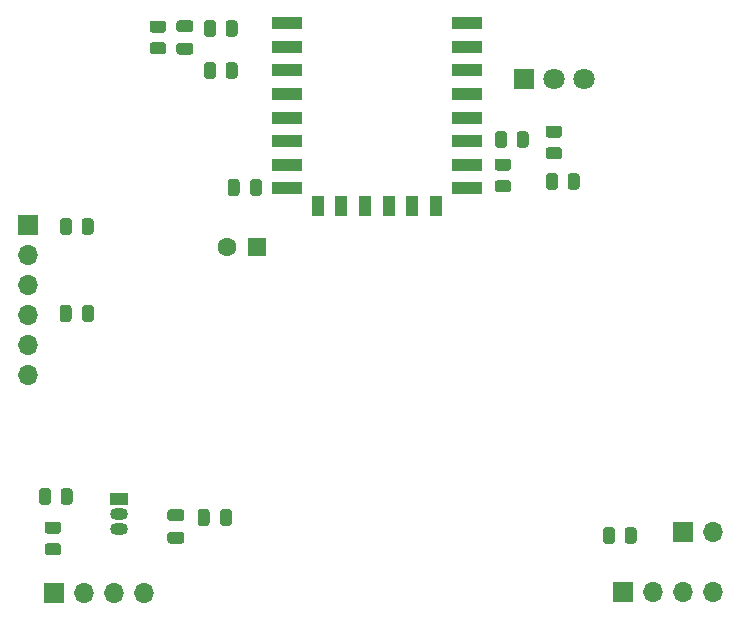
<source format=gbr>
%TF.GenerationSoftware,KiCad,Pcbnew,5.1.9+dfsg1-1*%
%TF.CreationDate,2021-05-25T15:38:03+02:00*%
%TF.ProjectId,vscp-din-wireless-esp8266,76736370-2d64-4696-9e2d-776972656c65,rev?*%
%TF.SameCoordinates,Original*%
%TF.FileFunction,Soldermask,Top*%
%TF.FilePolarity,Negative*%
%FSLAX46Y46*%
G04 Gerber Fmt 4.6, Leading zero omitted, Abs format (unit mm)*
G04 Created by KiCad (PCBNEW 5.1.9+dfsg1-1) date 2021-05-25 15:38:03*
%MOMM*%
%LPD*%
G01*
G04 APERTURE LIST*
%ADD10R,2.500000X1.000000*%
%ADD11R,1.000000X1.800000*%
%ADD12R,1.500000X1.050000*%
%ADD13O,1.500000X1.050000*%
%ADD14O,1.700000X1.700000*%
%ADD15R,1.700000X1.700000*%
%ADD16C,1.800000*%
%ADD17R,1.800000X1.800000*%
%ADD18C,1.600000*%
%ADD19R,1.600000X1.600000*%
G04 APERTURE END LIST*
%TO.C,C3*%
G36*
G01*
X130843000Y-50996000D02*
X131793000Y-50996000D01*
G75*
G02*
X132043000Y-51246000I0J-250000D01*
G01*
X132043000Y-51746000D01*
G75*
G02*
X131793000Y-51996000I-250000J0D01*
G01*
X130843000Y-51996000D01*
G75*
G02*
X130593000Y-51746000I0J250000D01*
G01*
X130593000Y-51246000D01*
G75*
G02*
X130843000Y-50996000I250000J0D01*
G01*
G37*
G36*
G01*
X130843000Y-49096000D02*
X131793000Y-49096000D01*
G75*
G02*
X132043000Y-49346000I0J-250000D01*
G01*
X132043000Y-49846000D01*
G75*
G02*
X131793000Y-50096000I-250000J0D01*
G01*
X130843000Y-50096000D01*
G75*
G02*
X130593000Y-49846000I0J250000D01*
G01*
X130593000Y-49346000D01*
G75*
G02*
X130843000Y-49096000I250000J0D01*
G01*
G37*
%TD*%
D10*
%TO.C,U2*%
X155174000Y-49332000D03*
X155174000Y-51332000D03*
X155174000Y-53332000D03*
X155174000Y-55332000D03*
X155174000Y-57332000D03*
X155174000Y-59332000D03*
X155174000Y-61332000D03*
X155174000Y-63332000D03*
D11*
X152574000Y-64832000D03*
X150574000Y-64832000D03*
X148574000Y-64832000D03*
X146574000Y-64832000D03*
X144574000Y-64832000D03*
X142574000Y-64832000D03*
D10*
X139974000Y-63332000D03*
X139974000Y-61332000D03*
X139974000Y-59332000D03*
X139974000Y-57332000D03*
X139974000Y-55332000D03*
X139974000Y-53332000D03*
X139974000Y-51332000D03*
X139974000Y-49332000D03*
%TD*%
%TO.C,R12*%
G36*
G01*
X168548000Y-93160001D02*
X168548000Y-92259999D01*
G75*
G02*
X168797999Y-92010000I249999J0D01*
G01*
X169323001Y-92010000D01*
G75*
G02*
X169573000Y-92259999I0J-249999D01*
G01*
X169573000Y-93160001D01*
G75*
G02*
X169323001Y-93410000I-249999J0D01*
G01*
X168797999Y-93410000D01*
G75*
G02*
X168548000Y-93160001I0J249999D01*
G01*
G37*
G36*
G01*
X166723000Y-93160001D02*
X166723000Y-92259999D01*
G75*
G02*
X166972999Y-92010000I249999J0D01*
G01*
X167498001Y-92010000D01*
G75*
G02*
X167748000Y-92259999I0J-249999D01*
G01*
X167748000Y-93160001D01*
G75*
G02*
X167498001Y-93410000I-249999J0D01*
G01*
X166972999Y-93410000D01*
G75*
G02*
X166723000Y-93160001I0J249999D01*
G01*
G37*
%TD*%
%TO.C,R11*%
G36*
G01*
X163010001Y-59036000D02*
X162109999Y-59036000D01*
G75*
G02*
X161860000Y-58786001I0J249999D01*
G01*
X161860000Y-58260999D01*
G75*
G02*
X162109999Y-58011000I249999J0D01*
G01*
X163010001Y-58011000D01*
G75*
G02*
X163260000Y-58260999I0J-249999D01*
G01*
X163260000Y-58786001D01*
G75*
G02*
X163010001Y-59036000I-249999J0D01*
G01*
G37*
G36*
G01*
X163010001Y-60861000D02*
X162109999Y-60861000D01*
G75*
G02*
X161860000Y-60611001I0J249999D01*
G01*
X161860000Y-60085999D01*
G75*
G02*
X162109999Y-59836000I249999J0D01*
G01*
X163010001Y-59836000D01*
G75*
G02*
X163260000Y-60085999I0J-249999D01*
G01*
X163260000Y-60611001D01*
G75*
G02*
X163010001Y-60861000I-249999J0D01*
G01*
G37*
%TD*%
%TO.C,R10*%
G36*
G01*
X119996000Y-88957999D02*
X119996000Y-89858001D01*
G75*
G02*
X119746001Y-90108000I-249999J0D01*
G01*
X119220999Y-90108000D01*
G75*
G02*
X118971000Y-89858001I0J249999D01*
G01*
X118971000Y-88957999D01*
G75*
G02*
X119220999Y-88708000I249999J0D01*
G01*
X119746001Y-88708000D01*
G75*
G02*
X119996000Y-88957999I0J-249999D01*
G01*
G37*
G36*
G01*
X121821000Y-88957999D02*
X121821000Y-89858001D01*
G75*
G02*
X121571001Y-90108000I-249999J0D01*
G01*
X121045999Y-90108000D01*
G75*
G02*
X120796000Y-89858001I0J249999D01*
G01*
X120796000Y-88957999D01*
G75*
G02*
X121045999Y-88708000I249999J0D01*
G01*
X121571001Y-88708000D01*
G75*
G02*
X121821000Y-88957999I0J-249999D01*
G01*
G37*
%TD*%
%TO.C,R9*%
G36*
G01*
X119691999Y-93364000D02*
X120592001Y-93364000D01*
G75*
G02*
X120842000Y-93613999I0J-249999D01*
G01*
X120842000Y-94139001D01*
G75*
G02*
X120592001Y-94389000I-249999J0D01*
G01*
X119691999Y-94389000D01*
G75*
G02*
X119442000Y-94139001I0J249999D01*
G01*
X119442000Y-93613999D01*
G75*
G02*
X119691999Y-93364000I249999J0D01*
G01*
G37*
G36*
G01*
X119691999Y-91539000D02*
X120592001Y-91539000D01*
G75*
G02*
X120842000Y-91788999I0J-249999D01*
G01*
X120842000Y-92314001D01*
G75*
G02*
X120592001Y-92564000I-249999J0D01*
G01*
X119691999Y-92564000D01*
G75*
G02*
X119442000Y-92314001I0J249999D01*
G01*
X119442000Y-91788999D01*
G75*
G02*
X119691999Y-91539000I249999J0D01*
G01*
G37*
%TD*%
%TO.C,R8*%
G36*
G01*
X158692001Y-61830000D02*
X157791999Y-61830000D01*
G75*
G02*
X157542000Y-61580001I0J249999D01*
G01*
X157542000Y-61054999D01*
G75*
G02*
X157791999Y-60805000I249999J0D01*
G01*
X158692001Y-60805000D01*
G75*
G02*
X158942000Y-61054999I0J-249999D01*
G01*
X158942000Y-61580001D01*
G75*
G02*
X158692001Y-61830000I-249999J0D01*
G01*
G37*
G36*
G01*
X158692001Y-63655000D02*
X157791999Y-63655000D01*
G75*
G02*
X157542000Y-63405001I0J249999D01*
G01*
X157542000Y-62879999D01*
G75*
G02*
X157791999Y-62630000I249999J0D01*
G01*
X158692001Y-62630000D01*
G75*
G02*
X158942000Y-62879999I0J-249999D01*
G01*
X158942000Y-63405001D01*
G75*
G02*
X158692001Y-63655000I-249999J0D01*
G01*
G37*
%TD*%
%TO.C,R7*%
G36*
G01*
X121774000Y-66097999D02*
X121774000Y-66998001D01*
G75*
G02*
X121524001Y-67248000I-249999J0D01*
G01*
X120998999Y-67248000D01*
G75*
G02*
X120749000Y-66998001I0J249999D01*
G01*
X120749000Y-66097999D01*
G75*
G02*
X120998999Y-65848000I249999J0D01*
G01*
X121524001Y-65848000D01*
G75*
G02*
X121774000Y-66097999I0J-249999D01*
G01*
G37*
G36*
G01*
X123599000Y-66097999D02*
X123599000Y-66998001D01*
G75*
G02*
X123349001Y-67248000I-249999J0D01*
G01*
X122823999Y-67248000D01*
G75*
G02*
X122574000Y-66998001I0J249999D01*
G01*
X122574000Y-66097999D01*
G75*
G02*
X122823999Y-65848000I249999J0D01*
G01*
X123349001Y-65848000D01*
G75*
G02*
X123599000Y-66097999I0J-249999D01*
G01*
G37*
%TD*%
%TO.C,R6*%
G36*
G01*
X162922000Y-62287999D02*
X162922000Y-63188001D01*
G75*
G02*
X162672001Y-63438000I-249999J0D01*
G01*
X162146999Y-63438000D01*
G75*
G02*
X161897000Y-63188001I0J249999D01*
G01*
X161897000Y-62287999D01*
G75*
G02*
X162146999Y-62038000I249999J0D01*
G01*
X162672001Y-62038000D01*
G75*
G02*
X162922000Y-62287999I0J-249999D01*
G01*
G37*
G36*
G01*
X164747000Y-62287999D02*
X164747000Y-63188001D01*
G75*
G02*
X164497001Y-63438000I-249999J0D01*
G01*
X163971999Y-63438000D01*
G75*
G02*
X163722000Y-63188001I0J249999D01*
G01*
X163722000Y-62287999D01*
G75*
G02*
X163971999Y-62038000I249999J0D01*
G01*
X164497001Y-62038000D01*
G75*
G02*
X164747000Y-62287999I0J-249999D01*
G01*
G37*
%TD*%
%TO.C,R5*%
G36*
G01*
X158604000Y-58731999D02*
X158604000Y-59632001D01*
G75*
G02*
X158354001Y-59882000I-249999J0D01*
G01*
X157828999Y-59882000D01*
G75*
G02*
X157579000Y-59632001I0J249999D01*
G01*
X157579000Y-58731999D01*
G75*
G02*
X157828999Y-58482000I249999J0D01*
G01*
X158354001Y-58482000D01*
G75*
G02*
X158604000Y-58731999I0J-249999D01*
G01*
G37*
G36*
G01*
X160429000Y-58731999D02*
X160429000Y-59632001D01*
G75*
G02*
X160179001Y-59882000I-249999J0D01*
G01*
X159653999Y-59882000D01*
G75*
G02*
X159404000Y-59632001I0J249999D01*
G01*
X159404000Y-58731999D01*
G75*
G02*
X159653999Y-58482000I249999J0D01*
G01*
X160179001Y-58482000D01*
G75*
G02*
X160429000Y-58731999I0J-249999D01*
G01*
G37*
%TD*%
%TO.C,R4*%
G36*
G01*
X122624000Y-74389000D02*
X122624000Y-73439000D01*
G75*
G02*
X122874000Y-73189000I250000J0D01*
G01*
X123374000Y-73189000D01*
G75*
G02*
X123624000Y-73439000I0J-250000D01*
G01*
X123624000Y-74389000D01*
G75*
G02*
X123374000Y-74639000I-250000J0D01*
G01*
X122874000Y-74639000D01*
G75*
G02*
X122624000Y-74389000I0J250000D01*
G01*
G37*
G36*
G01*
X120724000Y-74389000D02*
X120724000Y-73439000D01*
G75*
G02*
X120974000Y-73189000I250000J0D01*
G01*
X121474000Y-73189000D01*
G75*
G02*
X121724000Y-73439000I0J-250000D01*
G01*
X121724000Y-74389000D01*
G75*
G02*
X121474000Y-74639000I-250000J0D01*
G01*
X120974000Y-74639000D01*
G75*
G02*
X120724000Y-74389000I0J250000D01*
G01*
G37*
%TD*%
%TO.C,R3*%
G36*
G01*
X133966000Y-49333999D02*
X133966000Y-50234001D01*
G75*
G02*
X133716001Y-50484000I-249999J0D01*
G01*
X133190999Y-50484000D01*
G75*
G02*
X132941000Y-50234001I0J249999D01*
G01*
X132941000Y-49333999D01*
G75*
G02*
X133190999Y-49084000I249999J0D01*
G01*
X133716001Y-49084000D01*
G75*
G02*
X133966000Y-49333999I0J-249999D01*
G01*
G37*
G36*
G01*
X135791000Y-49333999D02*
X135791000Y-50234001D01*
G75*
G02*
X135541001Y-50484000I-249999J0D01*
G01*
X135015999Y-50484000D01*
G75*
G02*
X134766000Y-50234001I0J249999D01*
G01*
X134766000Y-49333999D01*
G75*
G02*
X135015999Y-49084000I249999J0D01*
G01*
X135541001Y-49084000D01*
G75*
G02*
X135791000Y-49333999I0J-249999D01*
G01*
G37*
%TD*%
%TO.C,R2*%
G36*
G01*
X129482001Y-50146000D02*
X128581999Y-50146000D01*
G75*
G02*
X128332000Y-49896001I0J249999D01*
G01*
X128332000Y-49370999D01*
G75*
G02*
X128581999Y-49121000I249999J0D01*
G01*
X129482001Y-49121000D01*
G75*
G02*
X129732000Y-49370999I0J-249999D01*
G01*
X129732000Y-49896001D01*
G75*
G02*
X129482001Y-50146000I-249999J0D01*
G01*
G37*
G36*
G01*
X129482001Y-51971000D02*
X128581999Y-51971000D01*
G75*
G02*
X128332000Y-51721001I0J249999D01*
G01*
X128332000Y-51195999D01*
G75*
G02*
X128581999Y-50946000I249999J0D01*
G01*
X129482001Y-50946000D01*
G75*
G02*
X129732000Y-51195999I0J-249999D01*
G01*
X129732000Y-51721001D01*
G75*
G02*
X129482001Y-51971000I-249999J0D01*
G01*
G37*
%TD*%
%TO.C,R1*%
G36*
G01*
X134766000Y-53790001D02*
X134766000Y-52889999D01*
G75*
G02*
X135015999Y-52640000I249999J0D01*
G01*
X135541001Y-52640000D01*
G75*
G02*
X135791000Y-52889999I0J-249999D01*
G01*
X135791000Y-53790001D01*
G75*
G02*
X135541001Y-54040000I-249999J0D01*
G01*
X135015999Y-54040000D01*
G75*
G02*
X134766000Y-53790001I0J249999D01*
G01*
G37*
G36*
G01*
X132941000Y-53790001D02*
X132941000Y-52889999D01*
G75*
G02*
X133190999Y-52640000I249999J0D01*
G01*
X133716001Y-52640000D01*
G75*
G02*
X133966000Y-52889999I0J-249999D01*
G01*
X133966000Y-53790001D01*
G75*
G02*
X133716001Y-54040000I-249999J0D01*
G01*
X133190999Y-54040000D01*
G75*
G02*
X132941000Y-53790001I0J249999D01*
G01*
G37*
%TD*%
D12*
%TO.C,Q1*%
X125730000Y-89662000D03*
D13*
X125730000Y-92202000D03*
X125730000Y-90932000D03*
%TD*%
D14*
%TO.C,J4*%
X176022000Y-92456000D03*
D15*
X173482000Y-92456000D03*
%TD*%
D16*
%TO.C,D1*%
X165100000Y-54102000D03*
X162560000Y-54102000D03*
D17*
X160020000Y-54102000D03*
%TD*%
%TO.C,C6*%
G36*
G01*
X131031000Y-91498000D02*
X130081000Y-91498000D01*
G75*
G02*
X129831000Y-91248000I0J250000D01*
G01*
X129831000Y-90748000D01*
G75*
G02*
X130081000Y-90498000I250000J0D01*
G01*
X131031000Y-90498000D01*
G75*
G02*
X131281000Y-90748000I0J-250000D01*
G01*
X131281000Y-91248000D01*
G75*
G02*
X131031000Y-91498000I-250000J0D01*
G01*
G37*
G36*
G01*
X131031000Y-93398000D02*
X130081000Y-93398000D01*
G75*
G02*
X129831000Y-93148000I0J250000D01*
G01*
X129831000Y-92648000D01*
G75*
G02*
X130081000Y-92398000I250000J0D01*
G01*
X131031000Y-92398000D01*
G75*
G02*
X131281000Y-92648000I0J-250000D01*
G01*
X131281000Y-93148000D01*
G75*
G02*
X131031000Y-93398000I-250000J0D01*
G01*
G37*
%TD*%
%TO.C,C5*%
G36*
G01*
X133408000Y-90711000D02*
X133408000Y-91661000D01*
G75*
G02*
X133158000Y-91911000I-250000J0D01*
G01*
X132658000Y-91911000D01*
G75*
G02*
X132408000Y-91661000I0J250000D01*
G01*
X132408000Y-90711000D01*
G75*
G02*
X132658000Y-90461000I250000J0D01*
G01*
X133158000Y-90461000D01*
G75*
G02*
X133408000Y-90711000I0J-250000D01*
G01*
G37*
G36*
G01*
X135308000Y-90711000D02*
X135308000Y-91661000D01*
G75*
G02*
X135058000Y-91911000I-250000J0D01*
G01*
X134558000Y-91911000D01*
G75*
G02*
X134308000Y-91661000I0J250000D01*
G01*
X134308000Y-90711000D01*
G75*
G02*
X134558000Y-90461000I250000J0D01*
G01*
X135058000Y-90461000D01*
G75*
G02*
X135308000Y-90711000I0J-250000D01*
G01*
G37*
%TD*%
D18*
%TO.C,C2*%
X134914000Y-68326000D03*
D19*
X137414000Y-68326000D03*
%TD*%
%TO.C,C1*%
G36*
G01*
X135948000Y-62771000D02*
X135948000Y-63721000D01*
G75*
G02*
X135698000Y-63971000I-250000J0D01*
G01*
X135198000Y-63971000D01*
G75*
G02*
X134948000Y-63721000I0J250000D01*
G01*
X134948000Y-62771000D01*
G75*
G02*
X135198000Y-62521000I250000J0D01*
G01*
X135698000Y-62521000D01*
G75*
G02*
X135948000Y-62771000I0J-250000D01*
G01*
G37*
G36*
G01*
X137848000Y-62771000D02*
X137848000Y-63721000D01*
G75*
G02*
X137598000Y-63971000I-250000J0D01*
G01*
X137098000Y-63971000D01*
G75*
G02*
X136848000Y-63721000I0J250000D01*
G01*
X136848000Y-62771000D01*
G75*
G02*
X137098000Y-62521000I250000J0D01*
G01*
X137598000Y-62521000D01*
G75*
G02*
X137848000Y-62771000I0J-250000D01*
G01*
G37*
%TD*%
D15*
%TO.C,J1*%
X120200000Y-97600000D03*
D14*
X122740000Y-97600000D03*
X125280000Y-97600000D03*
X127820000Y-97600000D03*
%TD*%
D15*
%TO.C,J2*%
X168380000Y-97500000D03*
D14*
X170920000Y-97500000D03*
X173460000Y-97500000D03*
X176000000Y-97500000D03*
%TD*%
D15*
%TO.C,J3*%
X118010600Y-66395000D03*
D14*
X118010600Y-68935000D03*
X118010600Y-71475000D03*
X118010600Y-74015000D03*
X118010600Y-76555000D03*
X118010600Y-79095000D03*
%TD*%
M02*

</source>
